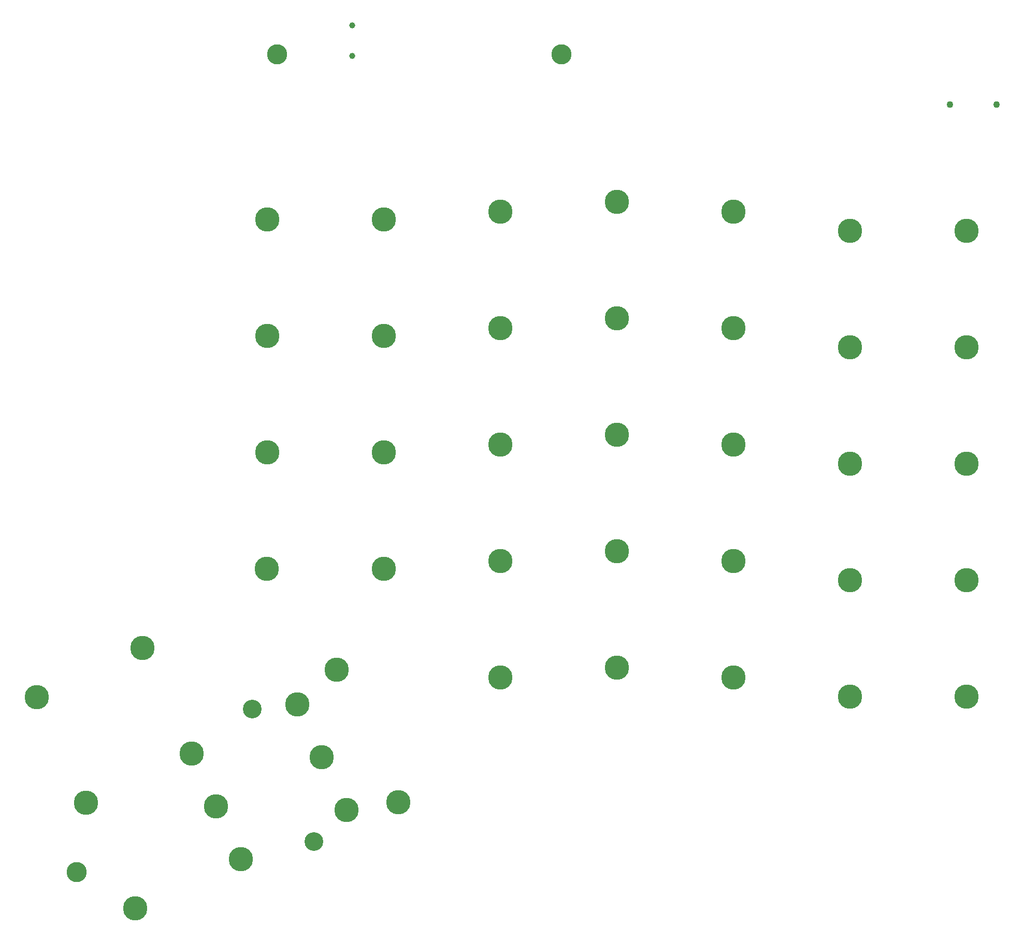
<source format=gbr>
%TF.GenerationSoftware,KiCad,Pcbnew,(5.0.1)-rc2*%
%TF.CreationDate,2018-10-24T13:35:18+02:00*%
%TF.ProjectId,ErgoDone,4572676F446F6E652E6B696361645F70,rev?*%
%TF.SameCoordinates,Original*%
%TF.FileFunction,NonPlated,1,2,NPTH,Drill*%
%TF.FilePolarity,Positive*%
%FSLAX46Y46*%
G04 Gerber Fmt 4.6, Leading zero omitted, Abs format (unit mm)*
G04 Created by KiCad (PCBNEW (5.0.1)-rc2) date 2018-10-24 13:35:18*
%MOMM*%
%LPD*%
G01*
G04 APERTURE LIST*
%TA.AperFunction,ComponentDrill*%
%ADD10C,0.990600*%
%TD*%
%TA.AperFunction,ComponentDrill*%
%ADD11C,1.092200*%
%TD*%
%TA.AperFunction,ComponentDrill*%
%ADD12C,3.048000*%
%TD*%
%TA.AperFunction,ComponentDrill*%
%ADD13C,3.300000*%
%TD*%
%TA.AperFunction,ComponentDrill*%
%ADD14C,3.987800*%
%TD*%
G04 APERTURE END LIST*
D10*
%TO.C,J2*%
X86309200Y-33375600D03*
X86309200Y-38379400D03*
D11*
%TO.C,U2*%
X184008000Y-46330000D03*
X191628000Y-46330000D03*
D12*
%TO.C,S2*%
X69927083Y-145197966D03*
X80017517Y-166836971D03*
D13*
%TO.C,REF\002A\002A*%
X120500000Y-38100000D03*
X41232000Y-171844000D03*
X74000000Y-38100000D03*
D14*
%TO.C,SW3:13*%
X186690000Y-105102660D03*
%TO.C,SW1:11*%
X148590000Y-140027660D03*
%TO.C,SW0:11*%
X64038480Y-161117280D03*
%TO.C,SW0:12*%
X50800000Y-177800000D03*
%TO.C,SW0:10*%
X81302860Y-153065480D03*
%TO.C,SX0:10*%
X85331300Y-161698940D03*
%TO.C,SW4:12*%
X167640000Y-86052660D03*
%TO.C,SW5:9*%
X110490000Y-63827660D03*
%TO.C,SW2:7*%
X72306495Y-122280646D03*
%TO.C,SW1:9*%
X110490000Y-140027660D03*
%TO.C,SW3:9*%
X110490000Y-101927660D03*
%TO.C,SW4:9*%
X110490000Y-82877660D03*
%TO.C,SW0:9*%
X42748200Y-160533080D03*
%TO.C,SW0:8*%
X51963320Y-135219440D03*
%TO.C,SW4:10*%
X129540000Y-81280000D03*
%TO.C,SW5:8*%
X91440000Y-65100200D03*
%TO.C,SW4:7*%
X72392540Y-84162900D03*
%TO.C,SW3:12*%
X167640000Y-105102660D03*
%TO.C,SW1:10*%
X129540000Y-138430000D03*
%TO.C,SW4:8*%
X91440000Y-84147660D03*
%TO.C,SX1:7*%
X60015120Y-152483820D03*
%TO.C,SW5:7*%
X72390000Y-65100200D03*
%TO.C,SW4:13*%
X186690000Y-86052660D03*
%TO.C,SW2:8*%
X91440000Y-122247660D03*
%TO.C,SW3:11*%
X148590000Y-101927660D03*
%TO.C,SW3:8*%
X91440000Y-103197660D03*
%TO.C,SW0:7*%
X34698940Y-143268700D03*
%TO.C,SW4:11*%
X148590000Y-82877660D03*
%TO.C,SW5:13*%
X186690000Y-67005200D03*
%TO.C,SW3:7*%
X72392540Y-103212900D03*
%TO.C,SW3:10*%
X129540000Y-100330000D03*
%TO.C,SW2:10*%
X129540000Y-119380000D03*
%TO.C,SW1:13*%
X186690000Y-143202660D03*
%TO.C,SW2:12*%
X167640000Y-124152660D03*
%TO.C,S2*%
X83739214Y-138757264D03*
X93829648Y-160396270D03*
%TO.C,SX1:8*%
X77279500Y-144432020D03*
%TO.C,SW5:12*%
X167640000Y-67005200D03*
%TO.C,SW2:13*%
X186690000Y-124152660D03*
%TO.C,SW2:9*%
X110490000Y-120977660D03*
%TO.C,SW2:11*%
X148590000Y-120977660D03*
%TO.C,SW1:12*%
X167640000Y-143202660D03*
%TO.C,SX0:11*%
X68064380Y-169748200D03*
%TO.C,SW5:10*%
X129540000Y-62230000D03*
%TO.C,SW5:11*%
X148590000Y-63827660D03*
M02*

</source>
